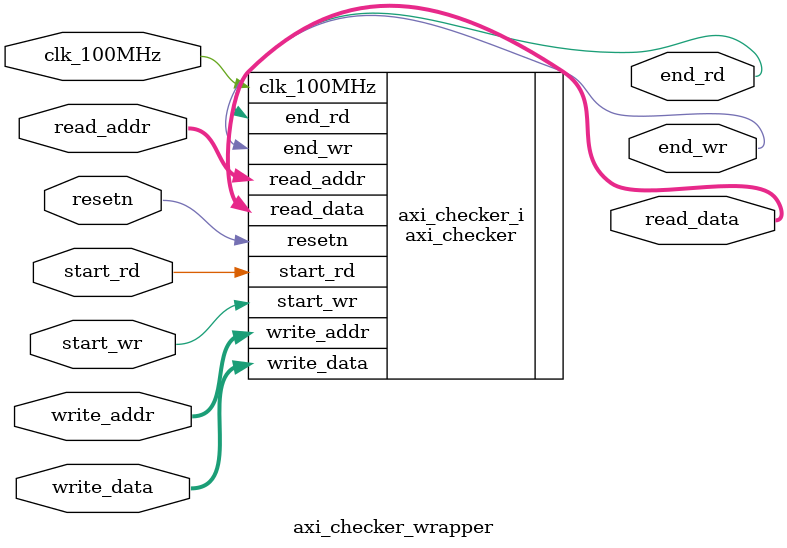
<source format=v>
`timescale 1 ns / 10 ps

module axi_checker_wrapper
   (clk_100MHz,
    end_rd,
    end_wr,
    read_addr,
    read_data,
    resetn,
    start_rd,
    start_wr,
    write_addr,
    write_data);
  input clk_100MHz;
  output end_rd;
  output end_wr;
  input [32:0]read_addr;
  output [255:0]read_data;
  input resetn;
  input start_rd;
  input start_wr;
  input [32:0]write_addr;
  input [255:0]write_data;

  wire clk_100MHz;
  wire end_rd;
  wire end_wr;
  wire [32:0]read_addr;
  wire [255:0]read_data;
  wire resetn;
  wire start_rd;
  wire start_wr;
  wire [32:0]write_addr;
  wire [255:0]write_data;

  axi_checker axi_checker_i
       (.clk_100MHz(clk_100MHz),
        .end_rd(end_rd),
        .end_wr(end_wr),
        .read_addr(read_addr),
        .read_data(read_data),
        .resetn(resetn),
        .start_rd(start_rd),
        .start_wr(start_wr),
        .write_addr(write_addr),
        .write_data(write_data));
endmodule

</source>
